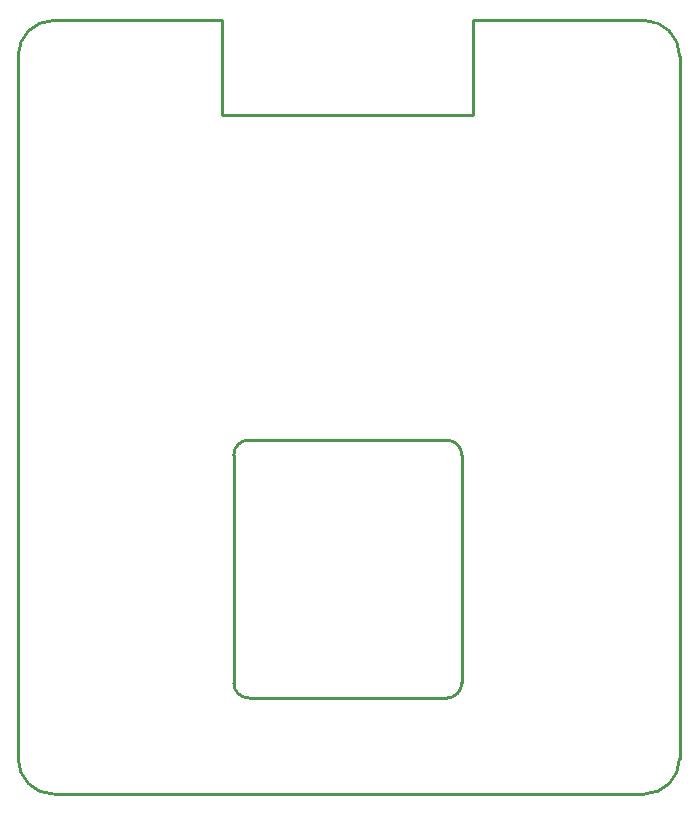
<source format=gko>
G04 Layer_Color=16711935*
%FSTAX25Y25*%
%MOIN*%
G70*
G01*
G75*
%ADD21C,0.01000*%
D21*
X025Y0216D02*
G03*
X0245Y0221I-0005J0D01*
G01*
X0179D02*
G03*
X0174Y0216I0J-0005D01*
G01*
X0174Y014D02*
G03*
X0179Y0135I0005J0D01*
G01*
X0245Y0135D02*
G03*
X025Y014I0J0005D01*
G01*
X0322598Y0349051D02*
G03*
X0310787Y0360862I-0011811J0D01*
G01*
Y0102988D02*
G03*
X0322598Y0114799I0J0011811D01*
G01*
X0102126D02*
G03*
X0113937Y0102988I0011811J0D01*
G01*
Y0360862D02*
G03*
X0102126Y0349051I0J-0011811D01*
G01*
X0179Y0221D02*
X0245D01*
X0174Y014D02*
Y0216D01*
X025Y014D02*
Y0216D01*
X0179Y0135D02*
X0245D01*
X0170039Y0329366D02*
Y0360862D01*
Y0329366D02*
X0253701D01*
Y0360862D01*
X0310787D01*
X0322598Y0114799D02*
Y0349051D01*
X0113937Y0102988D02*
X0310787D01*
X0102126Y0114799D02*
Y0349051D01*
X0113937Y0360862D02*
X0170039D01*
M02*

</source>
